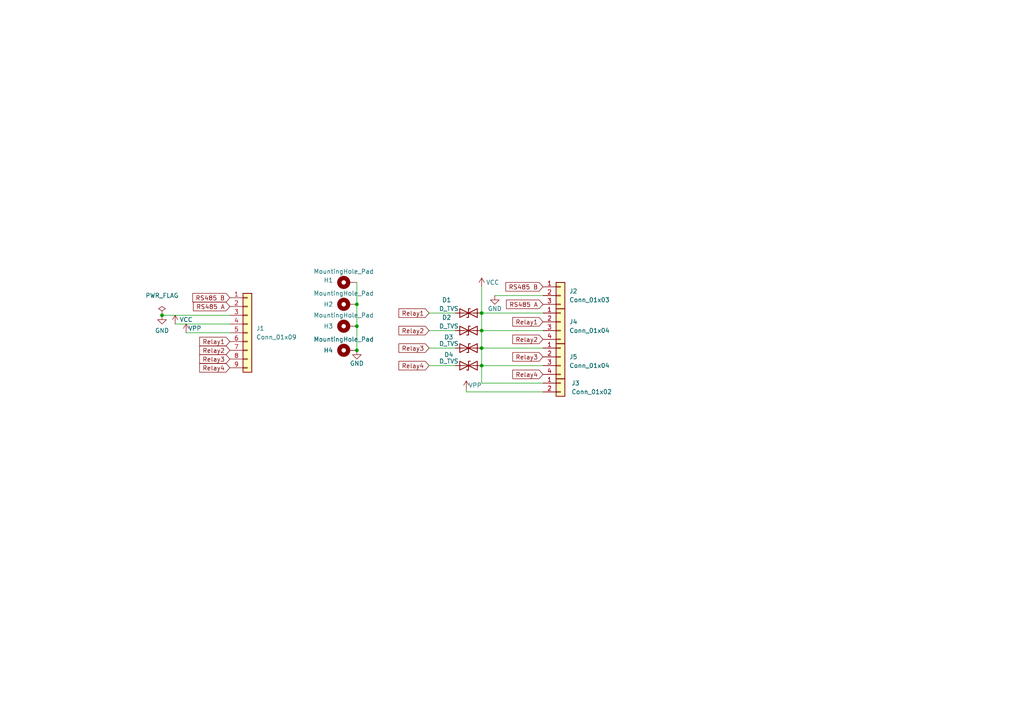
<source format=kicad_sch>
(kicad_sch (version 20211123) (generator eeschema)
  (paper "A4")
  (lib_symbols
    (symbol "Connector_Generic:Conn_01x02" (pin_names (offset 1.016) hide)
      (property "Reference" "J" (at 0 2.54 0))
      (property "Value" "Conn_01x02" (at 0 -5.08 0))
      (symbol "Conn_01x02_1_1"
        (rectangle (start -1.27 -2.413) (end 0 -2.667) (stroke (width 0.1524)))
        (rectangle (start -1.27 0.127) (end 0 -0.127) (stroke (width 0.1524)))
        (rectangle (start -1.27 1.27) (end 1.27 -3.81) (stroke (width 0.254)) (fill (type background)))
        (pin passive line (at -5.08 0 0) (length 3.81) (name "Pin_1") (number "1"))
        (pin passive line (at -5.08 -2.54 0) (length 3.81) (name "Pin_2") (number "2"))
      )
    )
    (symbol "Connector_Generic:Conn_01x03" (pin_names (offset 1.016) hide)
      (property "Reference" "J" (at 0 5.08 0))
      (property "Value" "Conn_01x03" (at 0 -5.08 0))
      (symbol "Conn_01x03_1_1"
        (rectangle (start -1.27 -2.413) (end 0 -2.667) (stroke (width 0.1524)))
        (rectangle (start -1.27 0.127) (end 0 -0.127) (stroke (width 0.1524)))
        (rectangle (start -1.27 2.667) (end 0 2.413) (stroke (width 0.1524)))
        (rectangle (start -1.27 3.81) (end 1.27 -3.81) (stroke (width 0.254)) (fill (type background)))
        (pin passive line (at -5.08 2.54 0) (length 3.81) (name "Pin_1") (number "1"))
        (pin passive line (at -5.08 0 0) (length 3.81) (name "Pin_2") (number "2"))
        (pin passive line (at -5.08 -2.54 0) (length 3.81) (name "Pin_3") (number "3"))
      )
    )
    (symbol "Connector_Generic:Conn_01x04" (pin_names (offset 1.016) hide)
      (property "Reference" "J" (at 0 5.08 0))
      (property "Value" "Conn_01x04" (at 0 -7.62 0))
      (symbol "Conn_01x04_1_1"
        (rectangle (start -1.27 -4.953) (end 0 -5.207) (stroke (width 0.1524)))
        (rectangle (start -1.27 -2.413) (end 0 -2.667) (stroke (width 0.1524)))
        (rectangle (start -1.27 0.127) (end 0 -0.127) (stroke (width 0.1524)))
        (rectangle (start -1.27 2.667) (end 0 2.413) (stroke (width 0.1524)))
        (rectangle (start -1.27 3.81) (end 1.27 -6.35) (stroke (width 0.254)) (fill (type background)))
        (pin passive line (at -5.08 2.54 0) (length 3.81) (name "Pin_1") (number "1"))
        (pin passive line (at -5.08 0 0) (length 3.81) (name "Pin_2") (number "2"))
        (pin passive line (at -5.08 -2.54 0) (length 3.81) (name "Pin_3") (number "3"))
        (pin passive line (at -5.08 -5.08 0) (length 3.81) (name "Pin_4") (number "4"))
      )
    )
    (symbol "Connector_Generic:Conn_01x09" (pin_names (offset 1.016) hide)
      (property "Reference" "J" (at 0 12.7 0))
      (property "Value" "Conn_01x09" (at 0 -12.7 0))
      (symbol "Conn_01x09_1_1"
        (rectangle (start -1.27 -10.033) (end 0 -10.287) (stroke (width 0.1524)))
        (rectangle (start -1.27 -7.493) (end 0 -7.747) (stroke (width 0.1524)))
        (rectangle (start -1.27 -4.953) (end 0 -5.207) (stroke (width 0.1524)))
        (rectangle (start -1.27 -2.413) (end 0 -2.667) (stroke (width 0.1524)))
        (rectangle (start -1.27 0.127) (end 0 -0.127) (stroke (width 0.1524)))
        (rectangle (start -1.27 2.667) (end 0 2.413) (stroke (width 0.1524)))
        (rectangle (start -1.27 5.207) (end 0 4.953) (stroke (width 0.1524)))
        (rectangle (start -1.27 7.747) (end 0 7.493) (stroke (width 0.1524)))
        (rectangle (start -1.27 10.287) (end 0 10.033) (stroke (width 0.1524)))
        (rectangle (start -1.27 11.43) (end 1.27 -11.43) (stroke (width 0.254)) (fill (type background)))
        (pin passive line (at -5.08 10.16 0) (length 3.81) (name "Pin_1") (number "1"))
        (pin passive line (at -5.08 7.62 0) (length 3.81) (name "Pin_2") (number "2"))
        (pin passive line (at -5.08 5.08 0) (length 3.81) (name "Pin_3") (number "3"))
        (pin passive line (at -5.08 2.54 0) (length 3.81) (name "Pin_4") (number "4"))
        (pin passive line (at -5.08 0 0) (length 3.81) (name "Pin_5") (number "5"))
        (pin passive line (at -5.08 -2.54 0) (length 3.81) (name "Pin_6") (number "6"))
        (pin passive line (at -5.08 -5.08 0) (length 3.81) (name "Pin_7") (number "7"))
        (pin passive line (at -5.08 -7.62 0) (length 3.81) (name "Pin_8") (number "8"))
        (pin passive line (at -5.08 -10.16 0) (length 3.81) (name "Pin_9") (number "9"))
      )
    )
    (symbol "Device:D_TVS" (pin_numbers hide) (pin_names (offset 1.016) hide)
      (property "Reference" "D" (at 0 2.54 0))
      (property "Value" "D_TVS" (at 0 -2.54 0))
      (symbol "D_TVS_0_1"
        (polyline (pts (xy 1.27 0) (xy -1.27 0)))
        (polyline (pts (xy 0.508 1.27) (xy 0 1.27) (xy 0 -1.27) (xy -0.508 -1.27)) (stroke (width 0.254)))
        (polyline (pts (xy -2.54 1.27) (xy -2.54 -1.27) (xy 2.54 1.27) (xy 2.54 -1.27) (xy -2.54 1.27)) (stroke (width 0.254)))
      )
      (symbol "D_TVS_1_1"
        (pin passive line (at -3.81 0 0) (length 2.54) (name "A1") (number "1"))
        (pin passive line (at 3.81 0 180) (length 2.54) (name "A2") (number "2"))
      )
    )
    (symbol "Mechanical:MountingHole_Pad" (pin_numbers hide) (pin_names (offset 1.016) hide)
      (property "Reference" "H" (at 0 6.35 0))
      (property "Value" "MountingHole_Pad" (at 0 4.445 0))
      (symbol "MountingHole_Pad_0_1"
        (circle (center 0 1.27) (radius 1.27) (stroke (width 1.27)))
      )
      (symbol "MountingHole_Pad_1_1"
        (pin input line (at 0 -2.54 90) (length 2.54) (name "1") (number "1"))
      )
    )
    (symbol "power:GND" (power) (pin_names (offset 0))
      (property "Value" "GND" (at 0 -3.81 0))
      (symbol "GND_0_1"
        (polyline (pts (xy 0 0) (xy 0 -1.27) (xy 1.27 -1.27) (xy 0 -2.54) (xy -1.27 -1.27) (xy 0 -1.27)))
      )
      (symbol "GND_1_1"
        (pin power_in line (at 0 0 270) (length 0) hide (name "GND") (number "1"))
      )
    )
    (symbol "power:PWR_FLAG" (power) (pin_numbers hide) (pin_names (offset 0) hide)
      (property "Value" "PWR_FLAG" (at 0 3.81 0))
      (symbol "PWR_FLAG_0_0"
        (pin power_out line (at 0 0 90) (length 0) (name "pwr") (number "1"))
      )
      (symbol "PWR_FLAG_0_1"
        (polyline (pts (xy 0 0) (xy 0 1.27) (xy -1.016 1.905) (xy 0 2.54) (xy 1.016 1.905) (xy 0 1.27)))
      )
    )
    (symbol "power:VCC" (power) (pin_names (offset 0))
      (property "Value" "VCC" (at 0 3.81 0))
      (symbol "VCC_0_1"
        (polyline (pts (xy -0.762 1.27) (xy 0 2.54)))
        (polyline (pts (xy 0 0) (xy 0 2.54)))
        (polyline (pts (xy 0 2.54) (xy 0.762 1.27)))
      )
      (symbol "VCC_1_1"
        (pin power_in line (at 0 0 90) (length 0) hide (name "VCC") (number "1"))
      )
    )
    (symbol "power:VPP" (power) (pin_names (offset 0))
      (property "Value" "VPP" (at 0 3.81 0))
      (symbol "VPP_0_1"
        (polyline (pts (xy -0.762 1.27) (xy 0 2.54)))
        (polyline (pts (xy 0 0) (xy 0 2.54)))
        (polyline (pts (xy 0 2.54) (xy 0.762 1.27)))
      )
      (symbol "VPP_1_1"
        (pin power_in line (at 0 0 90) (length 0) hide (name "VPP") (number "1"))
      )
    )
  )
  (junction (at 103.505 94.615))
  (junction (at 139.7 106.045))
  (junction (at 46.99 91.44))
  (junction (at 139.7 100.965))
  (junction (at 139.7 90.805))
  (junction (at 139.7 95.885))
  (junction (at 103.505 88.265))
  (junction (at 103.505 101.6))
  (wire (pts (xy 139.7 90.805) (xy 139.7 95.885)))
  (wire (pts (xy 124.46 95.885) (xy 132.08 95.885)))
  (wire (pts (xy 103.505 88.265) (xy 103.505 94.615)))
  (wire (pts (xy 124.46 100.965) (xy 132.08 100.965)))
  (wire (pts (xy 143.51 85.725) (xy 157.48 85.725)))
  (wire (pts (xy 157.48 113.665) (xy 135.255 113.665)))
  (wire (pts (xy 103.505 81.915) (xy 103.505 88.265)))
  (wire (pts (xy 124.46 90.805) (xy 132.08 90.805)))
  (wire (pts (xy 139.7 100.965) (xy 139.7 106.045)))
  (wire (pts (xy 139.7 111.125) (xy 157.48 111.125)))
  (wire (pts (xy 135.255 113.665) (xy 135.255 113.03)))
  (wire (pts (xy 139.7 83.185) (xy 139.7 90.805)))
  (wire (pts (xy 50.8 93.98) (xy 66.675 93.98)))
  (wire (pts (xy 139.7 100.965) (xy 157.48 100.965)))
  (wire (pts (xy 139.7 106.045) (xy 157.48 106.045)))
  (wire (pts (xy 139.7 106.045) (xy 139.7 111.125)))
  (wire (pts (xy 46.99 91.44) (xy 66.675 91.44)))
  (wire (pts (xy 139.7 95.885) (xy 139.7 100.965)))
  (wire (pts (xy 139.7 95.885) (xy 157.48 95.885)))
  (wire (pts (xy 139.7 90.805) (xy 157.48 90.805)))
  (wire (pts (xy 53.975 96.52) (xy 66.675 96.52)))
  (wire (pts (xy 103.505 94.615) (xy 103.505 101.6)))
  (wire (pts (xy 124.46 106.045) (xy 132.08 106.045)))
  (global_label "Relay3" (shape input) (at 157.48 103.505 180) (property "Intersheet References" "${INTERSHEET_REFS}" (effects hide)))
  (global_label "Relay4" (shape input) (at 124.46 106.045 180) (property "Intersheet References" "${INTERSHEET_REFS}" (effects hide)))
  (global_label "Relay2" (shape input) (at 66.675 101.6 180) (property "Intersheet References" "${INTERSHEET_REFS}" (effects hide)))
  (global_label "Relay1" (shape input) (at 157.48 93.345 180) (property "Intersheet References" "${INTERSHEET_REFS}" (effects hide)))
  (global_label "Relay1" (shape input) (at 66.675 99.06 180) (property "Intersheet References" "${INTERSHEET_REFS}" (effects hide)))
  (global_label "RS485 A" (shape input) (at 157.48 88.265 180) (property "Intersheet References" "${INTERSHEET_REFS}" (effects hide)))
  (global_label "Relay4" (shape input) (at 157.48 108.585 180) (property "Intersheet References" "${INTERSHEET_REFS}" (effects hide)))
  (global_label "Relay4" (shape input) (at 66.675 106.68 180) (property "Intersheet References" "${INTERSHEET_REFS}" (effects hide)))
  (global_label "RS485 B" (shape input) (at 66.675 86.36 180) (property "Intersheet References" "${INTERSHEET_REFS}" (effects hide)))
  (global_label "Relay2" (shape input) (at 124.46 95.885 180) (property "Intersheet References" "${INTERSHEET_REFS}" (effects hide)))
  (global_label "Relay3" (shape input) (at 66.675 104.14 180) (property "Intersheet References" "${INTERSHEET_REFS}" (effects hide)))
  (global_label "Relay2" (shape input) (at 157.48 98.425 180) (property "Intersheet References" "${INTERSHEET_REFS}" (effects hide)))
  (global_label "RS485 A" (shape input) (at 66.675 88.9 180) (property "Intersheet References" "${INTERSHEET_REFS}" (effects hide)))
  (global_label "Relay1" (shape input) (at 124.46 90.805 180) (property "Intersheet References" "${INTERSHEET_REFS}" (effects hide)))
  (global_label "RS485 B" (shape input) (at 157.48 83.185 180) (property "Intersheet References" "${INTERSHEET_REFS}" (effects hide)))
  (global_label "Relay3" (shape input) (at 124.46 100.965 180) (property "Intersheet References" "${INTERSHEET_REFS}" (effects hide)))
  (symbol (lib_id "power:VCC") (at 139.7 83.185 0) (unit 1)
    (property "Reference" "#PWR0105" (effects hide))
    (property "Value" "VCC" (at 142.875 81.915 0))
  )
  (symbol (lib_id "power:GND") (at 46.99 91.44 0) (unit 1)
    (property "Reference" "#PWR0102" (effects hide))
    (property "Value" "GND" (at 46.99 95.885 0))
  )
  (symbol (lib_id "power:PWR_FLAG") (at 46.99 91.44 0) (unit 1)
    (property "Reference" "#FLG0101" (effects hide))
    (property "Value" "PWR_FLAG" (at 46.99 85.725 0))
  )
  (symbol (lib_id "Connector_Generic:Conn_01x04") (at 162.56 103.505 0) (unit 1)
    (property "Reference" "J5" (at 165.1 103.5049 0) (effects (justify left)))
    (property "Value" "Conn_01x04" (at 165.1 106.0449 0) (effects (justify left)))
    (property "Footprint" "Connectors_CUI:CUI_TB001-500-04BE" (effects hide))
  )
  (symbol (lib_id "Connector_Generic:Conn_01x04") (at 162.56 93.345 0) (unit 1)
    (property "Reference" "J4" (at 165.1 93.3449 0) (effects (justify left)))
    (property "Value" "Conn_01x04" (at 165.1 95.8849 0) (effects (justify left)))
    (property "Footprint" "Connectors_CUI:CUI_TB001-500-04BE" (effects hide))
  )
  (symbol (lib_id "Mechanical:MountingHole_Pad") (at 100.965 81.915 90) (unit 1)
    (property "Reference" "H1" (at 95.25 81.28 90))
    (property "Value" "MountingHole_Pad" (at 99.695 78.74 90))
    (property "Footprint" "MountingHole:MountingHole_3.2mm_M3_Pad_Via" (effects hide))
  )
  (symbol (lib_id "Connector_Generic:Conn_01x03") (at 162.56 85.725 0) (unit 1)
    (property "Reference" "J2" (at 165.1 84.4549 0) (effects (justify left)))
    (property "Value" "Conn_01x03" (at 165.1 86.9949 0) (effects (justify left)))
    (property "Footprint" "Connectors_CUI:CUI_TB001-500-03BE" (effects hide))
  )
  (symbol (lib_id "power:GND") (at 103.505 101.6 0) (unit 1)
    (property "Reference" "#PWR0107" (effects hide))
    (property "Value" "GND" (at 103.505 105.41 0))
  )
  (symbol (lib_id "power:GND") (at 143.51 85.725 0) (unit 1)
    (property "Reference" "#PWR0106" (effects hide))
    (property "Value" "GND" (at 143.51 89.535 0))
  )
  (symbol (lib_id "Mechanical:MountingHole_Pad") (at 100.965 94.615 90) (unit 1)
    (property "Reference" "H3" (at 95.25 94.615 90))
    (property "Value" "MountingHole_Pad" (at 99.695 91.44 90))
    (property "Footprint" "MountingHole:MountingHole_3.2mm_M3_Pad_Via" (effects hide))
  )
  (symbol (lib_id "Device:D_TVS") (at 135.89 95.885 180) (unit 1)
    (property "Reference" "D2" (at 129.54 92.075 0))
    (property "Value" "D_TVS" (at 130.175 94.615 0))
    (property "Footprint" "Diode_SMD:D_SOD-323" (effects hide))
    (property "link" "https://www.digikey.de/de/products/detail/micro-commercial-co/SD36CH-TP/15295346" (effects hide))
  )
  (symbol (lib_id "Device:D_TVS") (at 135.89 100.965 180) (unit 1)
    (property "Reference" "D3" (at 130.175 97.79 0))
    (property "Value" "D_TVS" (at 130.175 99.695 0))
    (property "Footprint" "Diode_SMD:D_SOD-323" (effects hide))
    (property "link" "https://www.digikey.de/de/products/detail/micro-commercial-co/SD36CH-TP/15295346" (effects hide))
  )
  (symbol (lib_id "Device:D_TVS") (at 135.89 106.045 180) (unit 1)
    (property "Reference" "D4" (at 130.175 102.87 0))
    (property "Value" "D_TVS" (at 130.175 104.775 0))
    (property "Footprint" "Diode_SMD:D_SOD-323" (effects hide))
    (property "link" "https://www.digikey.de/de/products/detail/micro-commercial-co/SD36CH-TP/15295346" (effects hide))
  )
  (symbol (lib_id "Device:D_TVS") (at 135.89 90.805 180) (unit 1)
    (property "Reference" "D1" (at 129.54 86.995 0))
    (property "Value" "D_TVS" (at 130.175 89.535 0))
    (property "Footprint" "Diode_SMD:D_SOD-323" (effects hide))
    (property "link" "https://www.digikey.de/de/products/detail/micro-commercial-co/SD36CH-TP/15295346" (effects hide))
  )
  (symbol (lib_id "Connector_Generic:Conn_01x02") (at 162.56 111.125 0) (unit 1)
    (property "Reference" "J3" (at 165.735 111.1249 0) (effects (justify left)))
    (property "Value" "Conn_01x02" (at 165.735 113.6649 0) (effects (justify left)))
    (property "Footprint" "Connectors_CUI:CUI_TB001-500-02BE" (effects hide))
  )
  (symbol (lib_id "Mechanical:MountingHole_Pad") (at 100.965 88.265 90) (unit 1)
    (property "Reference" "H2" (at 95.25 88.265 90))
    (property "Value" "MountingHole_Pad" (at 99.695 85.09 90))
    (property "Footprint" "MountingHole:MountingHole_3.2mm_M3_Pad_Via" (effects hide))
  )
  (symbol (lib_id "power:VPP") (at 135.255 113.03 0) (unit 1)
    (property "Reference" "#PWR0104" (effects hide))
    (property "Value" "VPP" (at 137.795 111.76 0))
  )
  (symbol (lib_id "Connector_Generic:Conn_01x09") (at 71.755 96.52 0) (unit 1)
    (property "Reference" "J1" (at 74.295 95.2499 0) (effects (justify left)))
    (property "Value" "Conn_01x09" (at 74.295 97.7899 0) (effects (justify left)))
    (property "Footprint" "Connector_JST:JST_PH_B9B-PH-K_1x09_P2.00mm_Vertical" (effects hide))
  )
  (symbol (lib_id "power:VCC") (at 50.8 93.98 0) (unit 1)
    (property "Reference" "#PWR0103" (effects hide))
    (property "Value" "VCC" (at 53.975 92.71 0))
  )
  (symbol (lib_id "power:VPP") (at 53.975 96.52 0) (unit 1)
    (property "Reference" "#PWR0101" (effects hide))
    (property "Value" "VPP" (at 56.515 95.25 0))
  )
  (symbol (lib_id "Mechanical:MountingHole_Pad") (at 100.965 101.6 90) (unit 1)
    (property "Reference" "H4" (at 95.25 101.6 90))
    (property "Value" "MountingHole_Pad" (at 99.695 98.425 90))
    (property "Footprint" "MountingHole:MountingHole_3.2mm_M3_Pad_Via" (effects hide))
  )
)
</source>
